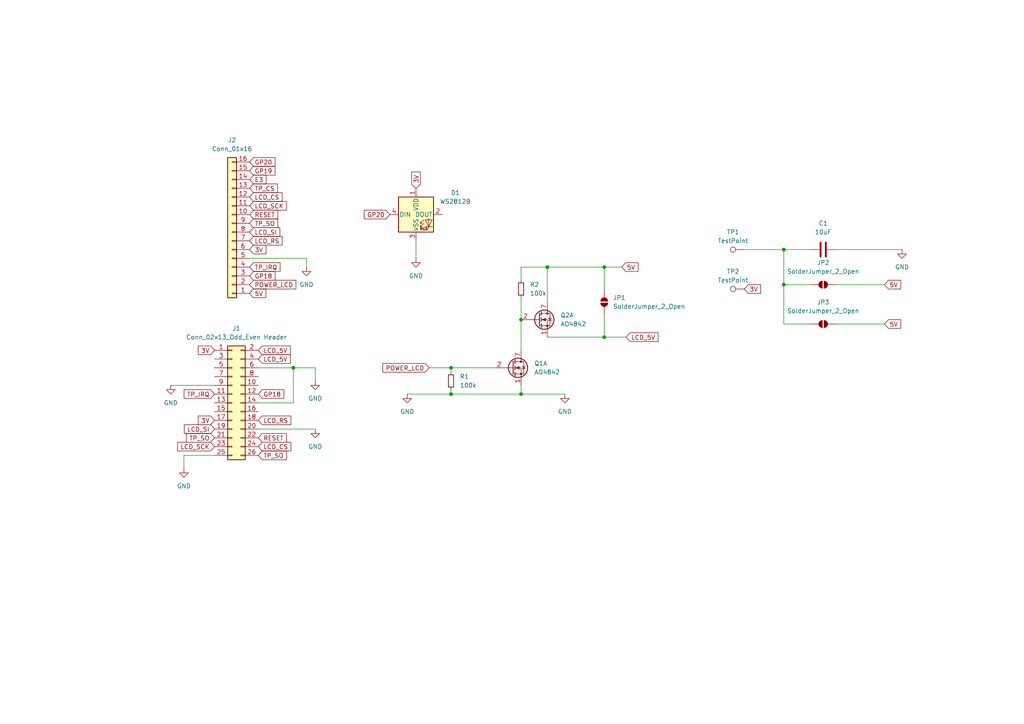
<source format=kicad_sch>
(kicad_sch (version 20231120) (generator "eeschema") (generator_version "8.0")
  (paper "A4")
  (lib_symbols
    (symbol "Connector:TestPoint" (pin_numbers hide) (pin_names (offset 0.762) hide)
      (property "Reference" "TP" (at 0 6.858 0))
      (property "Value" "TestPoint" (at 0 5.08 0))
      (symbol "TestPoint_0_1"
        (circle (center 0 3.302) (radius 0.762))
      )
      (symbol "TestPoint_1_1"
        (pin passive line (at 0 0 90) (length 2.54) (name "1") (number "1"))
      )
    )
    (symbol "Connector_Generic:Conn_01x16" (pin_names (offset 1.016) hide)
      (property "Reference" "J" (at 0 20.32 0))
      (property "Value" "Conn_01x16" (at 0 -22.86 0))
      (symbol "Conn_01x16_1_1"
        (rectangle (start -1.27 -20.193) (end 0 -20.447) (stroke (width 0.1524)))
        (rectangle (start -1.27 -17.653) (end 0 -17.907) (stroke (width 0.1524)))
        (rectangle (start -1.27 -15.113) (end 0 -15.367) (stroke (width 0.1524)))
        (rectangle (start -1.27 -12.573) (end 0 -12.827) (stroke (width 0.1524)))
        (rectangle (start -1.27 -10.033) (end 0 -10.287) (stroke (width 0.1524)))
        (rectangle (start -1.27 -7.493) (end 0 -7.747) (stroke (width 0.1524)))
        (rectangle (start -1.27 -4.953) (end 0 -5.207) (stroke (width 0.1524)))
        (rectangle (start -1.27 -2.413) (end 0 -2.667) (stroke (width 0.1524)))
        (rectangle (start -1.27 0.127) (end 0 -0.127) (stroke (width 0.1524)))
        (rectangle (start -1.27 2.667) (end 0 2.413) (stroke (width 0.1524)))
        (rectangle (start -1.27 5.207) (end 0 4.953) (stroke (width 0.1524)))
        (rectangle (start -1.27 7.747) (end 0 7.493) (stroke (width 0.1524)))
        (rectangle (start -1.27 10.287) (end 0 10.033) (stroke (width 0.1524)))
        (rectangle (start -1.27 12.827) (end 0 12.573) (stroke (width 0.1524)))
        (rectangle (start -1.27 15.367) (end 0 15.113) (stroke (width 0.1524)))
        (rectangle (start -1.27 17.907) (end 0 17.653) (stroke (width 0.1524)))
        (rectangle (start -1.27 19.05) (end 1.27 -21.59) (stroke (width 0.254)) (fill (type background)))
        (pin passive line (at -5.08 17.78 0) (length 3.81) (name "Pin_1") (number "1"))
        (pin passive line (at -5.08 -5.08 0) (length 3.81) (name "Pin_10") (number "10"))
        (pin passive line (at -5.08 -7.62 0) (length 3.81) (name "Pin_11") (number "11"))
        (pin passive line (at -5.08 -10.16 0) (length 3.81) (name "Pin_12") (number "12"))
        (pin passive line (at -5.08 -12.7 0) (length 3.81) (name "Pin_13") (number "13"))
        (pin passive line (at -5.08 -15.24 0) (length 3.81) (name "Pin_14") (number "14"))
        (pin passive line (at -5.08 -17.78 0) (length 3.81) (name "Pin_15") (number "15"))
        (pin passive line (at -5.08 -20.32 0) (length 3.81) (name "Pin_16") (number "16"))
        (pin passive line (at -5.08 15.24 0) (length 3.81) (name "Pin_2") (number "2"))
        (pin passive line (at -5.08 12.7 0) (length 3.81) (name "Pin_3") (number "3"))
        (pin passive line (at -5.08 10.16 0) (length 3.81) (name "Pin_4") (number "4"))
        (pin passive line (at -5.08 7.62 0) (length 3.81) (name "Pin_5") (number "5"))
        (pin passive line (at -5.08 5.08 0) (length 3.81) (name "Pin_6") (number "6"))
        (pin passive line (at -5.08 2.54 0) (length 3.81) (name "Pin_7") (number "7"))
        (pin passive line (at -5.08 0 0) (length 3.81) (name "Pin_8") (number "8"))
        (pin passive line (at -5.08 -2.54 0) (length 3.81) (name "Pin_9") (number "9"))
      )
    )
    (symbol "Connector_Generic:Conn_02x13_Odd_Even" (pin_names (offset 1.016) hide)
      (property "Reference" "J" (at 1.27 17.78 0))
      (property "Value" "Conn_02x13_Odd_Even" (at 1.27 -17.78 0))
      (symbol "Conn_02x13_Odd_Even_1_1"
        (rectangle (start -1.27 -15.113) (end 0 -15.367) (stroke (width 0.1524)))
        (rectangle (start -1.27 -12.573) (end 0 -12.827) (stroke (width 0.1524)))
        (rectangle (start -1.27 -10.033) (end 0 -10.287) (stroke (width 0.1524)))
        (rectangle (start -1.27 -7.493) (end 0 -7.747) (stroke (width 0.1524)))
        (rectangle (start -1.27 -4.953) (end 0 -5.207) (stroke (width 0.1524)))
        (rectangle (start -1.27 -2.413) (end 0 -2.667) (stroke (width 0.1524)))
        (rectangle (start -1.27 0.127) (end 0 -0.127) (stroke (width 0.1524)))
        (rectangle (start -1.27 2.667) (end 0 2.413) (stroke (width 0.1524)))
        (rectangle (start -1.27 5.207) (end 0 4.953) (stroke (width 0.1524)))
        (rectangle (start -1.27 7.747) (end 0 7.493) (stroke (width 0.1524)))
        (rectangle (start -1.27 10.287) (end 0 10.033) (stroke (width 0.1524)))
        (rectangle (start -1.27 12.827) (end 0 12.573) (stroke (width 0.1524)))
        (rectangle (start -1.27 15.367) (end 0 15.113) (stroke (width 0.1524)))
        (rectangle (start -1.27 16.51) (end 3.81 -16.51) (stroke (width 0.254)) (fill (type background)))
        (rectangle (start 3.81 -15.113) (end 2.54 -15.367) (stroke (width 0.1524)))
        (rectangle (start 3.81 -12.573) (end 2.54 -12.827) (stroke (width 0.1524)))
        (rectangle (start 3.81 -10.033) (end 2.54 -10.287) (stroke (width 0.1524)))
        (rectangle (start 3.81 -7.493) (end 2.54 -7.747) (stroke (width 0.1524)))
        (rectangle (start 3.81 -4.953) (end 2.54 -5.207) (stroke (width 0.1524)))
        (rectangle (start 3.81 -2.413) (end 2.54 -2.667) (stroke (width 0.1524)))
        (rectangle (start 3.81 0.127) (end 2.54 -0.127) (stroke (width 0.1524)))
        (rectangle (start 3.81 2.667) (end 2.54 2.413) (stroke (width 0.1524)))
        (rectangle (start 3.81 5.207) (end 2.54 4.953) (stroke (width 0.1524)))
        (rectangle (start 3.81 7.747) (end 2.54 7.493) (stroke (width 0.1524)))
        (rectangle (start 3.81 10.287) (end 2.54 10.033) (stroke (width 0.1524)))
        (rectangle (start 3.81 12.827) (end 2.54 12.573) (stroke (width 0.1524)))
        (rectangle (start 3.81 15.367) (end 2.54 15.113) (stroke (width 0.1524)))
        (pin passive line (at -5.08 15.24 0) (length 3.81) (name "Pin_1") (number "1"))
        (pin passive line (at 7.62 5.08 180) (length 3.81) (name "Pin_10") (number "10"))
        (pin passive line (at -5.08 2.54 0) (length 3.81) (name "Pin_11") (number "11"))
        (pin passive line (at 7.62 2.54 180) (length 3.81) (name "Pin_12") (number "12"))
        (pin passive line (at -5.08 0 0) (length 3.81) (name "Pin_13") (number "13"))
        (pin passive line (at 7.62 0 180) (length 3.81) (name "Pin_14") (number "14"))
        (pin passive line (at -5.08 -2.54 0) (length 3.81) (name "Pin_15") (number "15"))
        (pin passive line (at 7.62 -2.54 180) (length 3.81) (name "Pin_16") (number "16"))
        (pin passive line (at -5.08 -5.08 0) (length 3.81) (name "Pin_17") (number "17"))
        (pin passive line (at 7.62 -5.08 180) (length 3.81) (name "Pin_18") (number "18"))
        (pin passive line (at -5.08 -7.62 0) (length 3.81) (name "Pin_19") (number "19"))
        (pin passive line (at 7.62 15.24 180) (length 3.81) (name "Pin_2") (number "2"))
        (pin passive line (at 7.62 -7.62 180) (length 3.81) (name "Pin_20") (number "20"))
        (pin passive line (at -5.08 -10.16 0) (length 3.81) (name "Pin_21") (number "21"))
        (pin passive line (at 7.62 -10.16 180) (length 3.81) (name "Pin_22") (number "22"))
        (pin passive line (at -5.08 -12.7 0) (length 3.81) (name "Pin_23") (number "23"))
        (pin passive line (at 7.62 -12.7 180) (length 3.81) (name "Pin_24") (number "24"))
        (pin passive line (at -5.08 -15.24 0) (length 3.81) (name "Pin_25") (number "25"))
        (pin passive line (at 7.62 -15.24 180) (length 3.81) (name "Pin_26") (number "26"))
        (pin passive line (at -5.08 12.7 0) (length 3.81) (name "Pin_3") (number "3"))
        (pin passive line (at 7.62 12.7 180) (length 3.81) (name "Pin_4") (number "4"))
        (pin passive line (at -5.08 10.16 0) (length 3.81) (name "Pin_5") (number "5"))
        (pin passive line (at 7.62 10.16 180) (length 3.81) (name "Pin_6") (number "6"))
        (pin passive line (at -5.08 7.62 0) (length 3.81) (name "Pin_7") (number "7"))
        (pin passive line (at 7.62 7.62 180) (length 3.81) (name "Pin_8") (number "8"))
        (pin passive line (at -5.08 5.08 0) (length 3.81) (name "Pin_9") (number "9"))
      )
    )
    (symbol "Device:C" (pin_numbers hide) (pin_names (offset 0.254))
      (property "Reference" "C" (at 0.635 2.54 0))
      (property "Value" "C" (at 0.635 -2.54 0))
      (symbol "C_0_1"
        (polyline (pts (xy -2.032 -0.762) (xy 2.032 -0.762)) (stroke (width 0.508)))
        (polyline (pts (xy -2.032 0.762) (xy 2.032 0.762)) (stroke (width 0.508)))
      )
      (symbol "C_1_1"
        (pin passive line (at 0 3.81 270) (length 2.794) (name "~") (number "1"))
        (pin passive line (at 0 -3.81 90) (length 2.794) (name "~") (number "2"))
      )
    )
    (symbol "Device:R_Small" (pin_numbers hide) (pin_names (offset 0.254) hide)
      (property "Reference" "R" (at 0.762 0.508 0))
      (property "Value" "R_Small" (at 0.762 -1.016 0))
      (symbol "R_Small_0_1"
        (rectangle (start -0.762 1.778) (end 0.762 -1.778) (stroke (width 0.2032)))
      )
      (symbol "R_Small_1_1"
        (pin passive line (at 0 2.54 270) (length 0.762) (name "~") (number "1"))
        (pin passive line (at 0 -2.54 90) (length 0.762) (name "~") (number "2"))
      )
    )
    (symbol "Jumper:SolderJumper_2_Open" (pin_numbers hide) (pin_names (offset 0) hide) (exclude_from_sim yes) (in_bom no)
      (property "Reference" "JP" (at 0 2.032 0))
      (property "Value" "SolderJumper_2_Open" (at 0 -2.54 0))
      (symbol "SolderJumper_2_Open_0_1"
        (arc (start -0.254 1.016) (mid -1.2656 0) (end -0.254 -1.016))
        (arc (start -0.254 1.016) (mid -1.2656 0) (end -0.254 -1.016) (fill (type outline)))
        (polyline (pts (xy -0.254 1.016) (xy -0.254 -1.016)))
        (polyline (pts (xy 0.254 1.016) (xy 0.254 -1.016)))
        (arc (start 0.254 -1.016) (mid 1.2656 0) (end 0.254 1.016))
        (arc (start 0.254 -1.016) (mid 1.2656 0) (end 0.254 1.016) (fill (type outline)))
      )
      (symbol "SolderJumper_2_Open_1_1"
        (pin passive line (at -3.81 0 0) (length 2.54) (name "A") (number "1"))
        (pin passive line (at 3.81 0 180) (length 2.54) (name "B") (number "2"))
      )
    )
    (symbol "LED:WS2812B" (pin_names (offset 0.254))
      (property "Reference" "D" (at 5.08 5.715 0))
      (property "Value" "WS2812B" (at 1.27 -5.715 0))
      (symbol "WS2812B_0_0"
        (text "RGB" (at 2.286 -4.191 0) (effects (font (size 0.762 0.762))))
      )
      (symbol "WS2812B_0_1"
        (polyline (pts (xy 1.27 -3.556) (xy 1.778 -3.556)))
        (polyline (pts (xy 1.27 -2.54) (xy 1.778 -2.54)))
        (polyline (pts (xy 4.699 -3.556) (xy 2.667 -3.556)))
        (polyline (pts (xy 2.286 -2.54) (xy 1.27 -3.556) (xy 1.27 -3.048)))
        (polyline (pts (xy 2.286 -1.524) (xy 1.27 -2.54) (xy 1.27 -2.032)))
        (polyline (pts (xy 3.683 -1.016) (xy 3.683 -3.556) (xy 3.683 -4.064)))
        (polyline (pts (xy 4.699 -1.524) (xy 2.667 -1.524) (xy 3.683 -3.556) (xy 4.699 -1.524)))
        (rectangle (start 5.08 5.08) (end -5.08 -5.08) (stroke (width 0.254)) (fill (type background)))
      )
      (symbol "WS2812B_1_1"
        (pin power_in line (at 0 7.62 270) (length 2.54) (name "VDD") (number "1"))
        (pin output line (at 7.62 0 180) (length 2.54) (name "DOUT") (number "2"))
        (pin power_in line (at 0 -7.62 90) (length 2.54) (name "VSS") (number "3"))
        (pin input line (at -7.62 0 0) (length 2.54) (name "DIN") (number "4"))
      )
    )
    (symbol "Transistor_FET:AO4842" (pin_names hide)
      (property "Reference" "Q" (at 5.08 1.905 0))
      (property "Value" "AO4842" (at 5.08 0 0))
      (symbol "AO4842_0_1"
        (polyline (pts (xy 0.254 0) (xy -2.54 0)))
        (polyline (pts (xy 0.254 1.905) (xy 0.254 -1.905)) (stroke (width 0.254)))
        (polyline (pts (xy 0.762 -1.27) (xy 0.762 -2.286)) (stroke (width 0.254)))
        (polyline (pts (xy 0.762 0.508) (xy 0.762 -0.508)) (stroke (width 0.254)))
        (polyline (pts (xy 0.762 2.286) (xy 0.762 1.27)) (stroke (width 0.254)))
        (polyline (pts (xy 2.54 2.54) (xy 2.54 1.778)))
        (polyline (pts (xy 2.54 -2.54) (xy 2.54 0) (xy 0.762 0)))
        (polyline (pts (xy 0.762 -1.778) (xy 3.302 -1.778) (xy 3.302 1.778) (xy 0.762 1.778)))
        (polyline (pts (xy 1.016 0) (xy 2.032 0.381) (xy 2.032 -0.381) (xy 1.016 0)) (fill (type outline)))
        (polyline (pts (xy 2.794 0.508) (xy 2.921 0.381) (xy 3.683 0.381) (xy 3.81 0.254)))
        (polyline (pts (xy 3.302 0.381) (xy 2.921 -0.254) (xy 3.683 -0.254) (xy 3.302 0.381)))
        (circle (center 1.651 0) (radius 2.794) (stroke (width 0.254)))
        (circle (center 2.54 -1.778) (radius 0.254) (fill (type outline)))
        (circle (center 2.54 1.778) (radius 0.254) (fill (type outline)))
      )
      (symbol "AO4842_1_1"
        (pin passive line (at 2.54 -5.08 90) (length 2.54) (name "S1") (number "1"))
        (pin passive line (at -5.08 0 0) (length 2.54) (name "G1") (number "2"))
        (pin passive line (at 2.54 5.08 270) (length 2.54) (name "D1") (number "7"))
        (pin passive line (at 2.54 5.08 270) (length 2.54) hide (name "D1") (number "8"))
      )
      (symbol "AO4842_2_1"
        (pin passive line (at 2.54 -5.08 90) (length 2.54) (name "S2") (number "3"))
        (pin passive line (at -5.08 0 0) (length 2.54) (name "G2") (number "4"))
        (pin passive line (at 2.54 5.08 270) (length 2.54) (name "D2") (number "5"))
        (pin passive line (at 2.54 5.08 270) (length 2.54) hide (name "D2") (number "6"))
      )
    )
    (symbol "power:GND" (power) (pin_numbers hide) (pin_names (offset 0) hide)
      (property "Value" "GND" (at 0 -3.81 0))
      (symbol "GND_0_1"
        (polyline (pts (xy 0 0) (xy 0 -1.27) (xy 1.27 -1.27) (xy 0 -2.54) (xy -1.27 -1.27) (xy 0 -1.27)))
      )
      (symbol "GND_1_1"
        (pin power_in line (at 0 0 270) (length 0) (name "~") (number "1"))
      )
    )
  )
  (junction (at 130.81 106.68))
  (junction (at 151.13 92.71))
  (junction (at 227.33 72.39))
  (junction (at 85.09 106.68))
  (junction (at 151.13 114.3))
  (junction (at 158.75 77.47))
  (junction (at 227.33 82.55))
  (junction (at 175.26 77.47))
  (junction (at 175.26 97.79))
  (junction (at 130.81 114.3))
  (wire (pts (xy 49.53 111.76) (xy 62.23 111.76)))
  (wire (pts (xy 158.75 97.79) (xy 175.26 97.79)))
  (wire (pts (xy 151.13 77.47) (xy 158.75 77.47)))
  (wire (pts (xy 130.81 113.03) (xy 130.81 114.3)))
  (wire (pts (xy 130.81 106.68) (xy 143.51 106.68)))
  (wire (pts (xy 118.11 114.3) (xy 130.81 114.3)))
  (wire (pts (xy 158.75 77.47) (xy 175.26 77.47)))
  (wire (pts (xy 227.33 72.39) (xy 234.95 72.39)))
  (wire (pts (xy 88.9 74.93) (xy 88.9 77.47)))
  (wire (pts (xy 151.13 114.3) (xy 163.83 114.3)))
  (wire (pts (xy 175.26 97.79) (xy 181.61 97.79)))
  (wire (pts (xy 175.26 77.47) (xy 175.26 83.82)))
  (wire (pts (xy 124.46 106.68) (xy 130.81 106.68)))
  (wire (pts (xy 85.09 106.68) (xy 91.44 106.68)))
  (wire (pts (xy 227.33 82.55) (xy 234.95 82.55)))
  (wire (pts (xy 227.33 93.98) (xy 227.33 82.55)))
  (wire (pts (xy 91.44 106.68) (xy 91.44 110.49)))
  (wire (pts (xy 175.26 77.47) (xy 180.34 77.47)))
  (wire (pts (xy 227.33 72.39) (xy 215.9 72.39)))
  (wire (pts (xy 62.23 132.08) (xy 53.34 132.08)))
  (wire (pts (xy 85.09 116.84) (xy 85.09 106.68)))
  (wire (pts (xy 158.75 77.47) (xy 158.75 87.63)))
  (wire (pts (xy 242.57 82.55) (xy 256.54 82.55)))
  (wire (pts (xy 74.93 124.46) (xy 91.44 124.46)))
  (wire (pts (xy 242.57 72.39) (xy 261.62 72.39)))
  (wire (pts (xy 151.13 92.71) (xy 151.13 101.6)))
  (wire (pts (xy 130.81 114.3) (xy 151.13 114.3)))
  (wire (pts (xy 242.57 93.98) (xy 256.54 93.98)))
  (wire (pts (xy 72.39 74.93) (xy 88.9 74.93)))
  (wire (pts (xy 120.65 69.85) (xy 120.65 74.93)))
  (wire (pts (xy 74.93 106.68) (xy 85.09 106.68)))
  (wire (pts (xy 227.33 82.55) (xy 227.33 72.39)))
  (wire (pts (xy 151.13 86.36) (xy 151.13 92.71)))
  (wire (pts (xy 130.81 106.68) (xy 130.81 107.95)))
  (wire (pts (xy 175.26 91.44) (xy 175.26 97.79)))
  (wire (pts (xy 234.95 93.98) (xy 227.33 93.98)))
  (wire (pts (xy 151.13 81.28) (xy 151.13 77.47)))
  (wire (pts (xy 53.34 132.08) (xy 53.34 135.89)))
  (wire (pts (xy 74.93 116.84) (xy 85.09 116.84)))
  (wire (pts (xy 151.13 114.3) (xy 151.13 111.76)))
  (global_label "TP_SO" (shape input) (at 74.93 132.08 0) (property "Intersheetrefs" "${INTERSHEET_REFS}" (effects (hide yes))))
  (global_label "TP_CS" (shape input) (at 72.39 54.61 0) (property "Intersheetrefs" "${INTERSHEET_REFS}" (effects (hide yes))))
  (global_label "GP19" (shape input) (at 72.39 49.53 0) (property "Intersheetrefs" "${INTERSHEET_REFS}" (effects (hide yes))))
  (global_label "LCD_RS" (shape input) (at 72.39 69.85 0) (property "Intersheetrefs" "${INTERSHEET_REFS}" (effects (hide yes))))
  (global_label "LCD_SCK" (shape input) (at 62.23 129.54 180) (property "Intersheetrefs" "${INTERSHEET_REFS}" (effects (hide yes))))
  (global_label "GP18" (shape input) (at 72.39 80.01 0) (property "Intersheetrefs" "${INTERSHEET_REFS}" (effects (hide yes))))
  (global_label "3V" (shape input) (at 72.39 72.39 0) (property "Intersheetrefs" "${INTERSHEET_REFS}" (effects (hide yes))))
  (global_label "POWER_LCD" (shape input) (at 72.39 82.55 0) (property "Intersheetrefs" "${INTERSHEET_REFS}" (effects (hide yes))))
  (global_label "GP20" (shape input) (at 72.39 46.99 0) (property "Intersheetrefs" "${INTERSHEET_REFS}" (effects (hide yes))))
  (global_label "RESET" (shape input) (at 74.93 127 0) (property "Intersheetrefs" "${INTERSHEET_REFS}" (effects (hide yes))))
  (global_label "3V" (shape input) (at 120.65 54.61 90) (property "Intersheetrefs" "${INTERSHEET_REFS}" (effects (hide yes))))
  (global_label "5V" (shape input) (at 256.54 82.55 0) (property "Intersheetrefs" "${INTERSHEET_REFS}" (effects (hide yes))))
  (global_label "5V" (shape input) (at 256.54 93.98 0) (property "Intersheetrefs" "${INTERSHEET_REFS}" (effects (hide yes))))
  (global_label "LCD_CS" (shape input) (at 74.93 129.54 0) (property "Intersheetrefs" "${INTERSHEET_REFS}" (effects (hide yes))))
  (global_label "LCD_SCK" (shape input) (at 72.39 59.69 0) (property "Intersheetrefs" "${INTERSHEET_REFS}" (effects (hide yes))))
  (global_label "RESET" (shape input) (at 72.39 62.23 0) (property "Intersheetrefs" "${INTERSHEET_REFS}" (effects (hide yes))))
  (global_label "LCD_5V" (shape input) (at 74.93 104.14 0) (property "Intersheetrefs" "${INTERSHEET_REFS}" (effects (hide yes))))
  (global_label "E3" (shape input) (at 72.39 52.07 0) (property "Intersheetrefs" "${INTERSHEET_REFS}" (effects (hide yes))))
  (global_label "LCD_5V" (shape input) (at 74.93 101.6 0) (property "Intersheetrefs" "${INTERSHEET_REFS}" (effects (hide yes))))
  (global_label "TP_SO" (shape input) (at 72.39 64.77 0) (property "Intersheetrefs" "${INTERSHEET_REFS}" (effects (hide yes))))
  (global_label "5V" (shape input) (at 72.39 85.09 0) (property "Intersheetrefs" "${INTERSHEET_REFS}" (effects (hide yes))))
  (global_label "TP_IRQ" (shape input) (at 72.39 77.47 0) (property "Intersheetrefs" "${INTERSHEET_REFS}" (effects (hide yes))))
  (global_label "LCD_5V" (shape input) (at 181.61 97.79 0) (property "Intersheetrefs" "${INTERSHEET_REFS}" (effects (hide yes))))
  (global_label "LCD_RS" (shape input) (at 74.93 121.92 0) (property "Intersheetrefs" "${INTERSHEET_REFS}" (effects (hide yes))))
  (global_label "TP_IRQ" (shape input) (at 62.23 114.3 180) (property "Intersheetrefs" "${INTERSHEET_REFS}" (effects (hide yes))))
  (global_label "GP18" (shape input) (at 74.93 114.3 0) (property "Intersheetrefs" "${INTERSHEET_REFS}" (effects (hide yes))))
  (global_label "LCD_CS" (shape input) (at 72.39 57.15 0) (property "Intersheetrefs" "${INTERSHEET_REFS}" (effects (hide yes))))
  (global_label "3V" (shape input) (at 62.23 121.92 180) (property "Intersheetrefs" "${INTERSHEET_REFS}" (effects (hide yes))))
  (global_label "LCD_SI" (shape input) (at 72.39 67.31 0) (property "Intersheetrefs" "${INTERSHEET_REFS}" (effects (hide yes))))
  (global_label "POWER_LCD" (shape input) (at 124.46 106.68 180) (property "Intersheetrefs" "${INTERSHEET_REFS}" (effects (hide yes))))
  (global_label "3V" (shape input) (at 215.9 83.82 0) (property "Intersheetrefs" "${INTERSHEET_REFS}" (effects (hide yes))))
  (global_label "TP_SO" (shape input) (at 62.23 127 180) (property "Intersheetrefs" "${INTERSHEET_REFS}" (effects (hide yes))))
  (global_label "3V" (shape input) (at 62.23 101.6 180) (property "Intersheetrefs" "${INTERSHEET_REFS}" (effects (hide yes))))
  (global_label "5V" (shape input) (at 180.34 77.47 0) (property "Intersheetrefs" "${INTERSHEET_REFS}" (effects (hide yes))))
  (global_label "GP20" (shape input) (at 113.03 62.23 180) (property "Intersheetrefs" "${INTERSHEET_REFS}" (effects (hide yes))))
  (global_label "LCD_SI" (shape input) (at 62.23 124.46 180) (property "Intersheetrefs" "${INTERSHEET_REFS}" (effects (hide yes))))
  (symbol (lib_id "Jumper:SolderJumper_2_Open") (at 238.76 93.98 180) (unit 1) (exclude_from_sim yes) (in_bom no)
    (property "Reference" "JP3" (at 238.76 87.63 0))
    (property "Value" "SolderJumper_2_Open" (at 238.76 90.17 0))
    (property "Footprint" "Jumper:SolderJumper-2_P1.3mm_Open_RoundedPad1.0x1.5mm" (effects (hide yes)))
    (property "Description" "Solder Jumper, 2-pole, open" (effects (hide yes)))
  )
  (symbol (lib_id "power:GND") (at 261.62 72.39 0) (unit 1)
    (property "Reference" "#PWR09" (effects (hide yes)))
    (property "Value" "GND" (at 261.62 77.47 0))
    (property "Description" "Power symbol creates a global label with name \"GND\" , ground" (effects (hide yes)))
  )
  (symbol (lib_id "Connector_Generic:Conn_01x16") (at 67.31 67.31 180) (unit 1)
    (property "Reference" "J2" (at 67.31 40.64 0))
    (property "Value" "Conn_01x16" (at 67.31 43.18 0))
    (property "Footprint" "Connector_FFC-FPC:TE_1-84953-6_1x16-1MP_P1.0mm_Horizontal" (effects (hide yes)))
    (property "Description" "Generic connector, single row, 01x16, script generated (kicad-library-utils/schlib/autogen/connector/)" (effects (hide yes)))
  )
  (symbol (lib_id "power:GND") (at 118.11 114.3 0) (unit 1)
    (property "Reference" "#PWR07" (effects (hide yes)))
    (property "Value" "GND" (at 118.11 119.38 0))
    (property "Description" "Power symbol creates a global label with name \"GND\" , ground" (effects (hide yes)))
  )
  (symbol (lib_id "Connector:TestPoint") (at 215.9 72.39 90) (unit 1)
    (property "Reference" "TP1" (at 212.598 67.31 90))
    (property "Value" "TestPoint" (at 212.598 69.85 90))
    (property "Footprint" "TestPoint:TestPoint_THTPad_D1.0mm_Drill0.5mm" (effects (hide yes)))
    (property "Description" "test point" (effects (hide yes)))
  )
  (symbol (lib_id "LED:WS2812B") (at 120.65 62.23 0) (unit 1)
    (property "Reference" "D1" (at 132.08 55.9114 0))
    (property "Value" "WS2812B" (at 132.08 58.4514 0))
    (property "Footprint" "LED_SMD:LED_WS2812B_PLCC4_5.0x5.0mm_P3.2mm" (effects (hide yes)))
    (property "Datasheet" "https://cdn-shop.adafruit.com/datasheets/WS2812B.pdf" (effects (hide yes)))
    (property "Description" "RGB LED with integrated controller" (effects (hide yes)))
  )
  (symbol (lib_id "Device:R_Small") (at 151.13 83.82 0) (unit 1)
    (property "Reference" "R2" (at 153.67 82.5499 0) (effects (justify left)))
    (property "Value" "100k" (at 153.67 85.0899 0) (effects (justify left)))
    (property "Footprint" "Resistor_SMD:R_1206_3216Metric" (effects (hide yes)))
    (property "Description" "Resistor, small symbol" (effects (hide yes)))
  )
  (symbol (lib_id "Device:R_Small") (at 130.81 110.49 0) (unit 1)
    (property "Reference" "R1" (at 133.35 109.2199 0) (effects (justify left)))
    (property "Value" "100k" (at 133.35 111.7599 0) (effects (justify left)))
    (property "Footprint" "Resistor_SMD:R_1206_3216Metric" (effects (hide yes)))
    (property "Description" "Resistor, small symbol" (effects (hide yes)))
  )
  (symbol (lib_id "Transistor_FET:AO4842") (at 148.59 106.68 0) (unit 1)
    (property "Reference" "Q1" (at 154.94 105.4099 0) (effects (justify left)))
    (property "Value" "AO4842" (at 154.94 107.9499 0) (effects (justify left)))
    (property "Footprint" "Package_SO:SOIC-8_3.9x4.9mm_P1.27mm" (effects (hide yes)))
    (property "Datasheet" "https://aosmd.com/sites/default/files/res/data_sheets/AO4842.pdf" (effects (hide yes)))
    (property "Description" "7.7A Id, 30V Vds, Dual N-Channel MOSFET, 21mOhm Ron, SO-8" (effects (hide yes)))
  )
  (symbol (lib_id "power:GND") (at 91.44 124.46 0) (unit 1)
    (property "Reference" "#PWR04" (effects (hide yes)))
    (property "Value" "GND" (at 91.44 129.54 0))
    (property "Description" "Power symbol creates a global label with name \"GND\" , ground" (effects (hide yes)))
  )
  (symbol (lib_id "Transistor_FET:AO4842") (at 156.21 92.71 0) (unit 1)
    (property "Reference" "Q2" (at 162.56 91.4399 0) (effects (justify left)))
    (property "Value" "AO4842" (at 162.56 93.9799 0) (effects (justify left)))
    (property "Footprint" "Package_SO:SOIC-8_3.9x4.9mm_P1.27mm" (effects (hide yes)))
    (property "Datasheet" "https://aosmd.com/sites/default/files/res/data_sheets/AO4842.pdf" (effects (hide yes)))
    (property "Description" "7.7A Id, 30V Vds, Dual N-Channel MOSFET, 21mOhm Ron, SO-8" (effects (hide yes)))
  )
  (symbol (lib_id "power:GND") (at 163.83 114.3 0) (unit 1)
    (property "Reference" "#PWR08" (effects (hide yes)))
    (property "Value" "GND" (at 163.83 119.38 0))
    (property "Description" "Power symbol creates a global label with name \"GND\" , ground" (effects (hide yes)))
  )
  (symbol (lib_id "power:GND") (at 53.34 135.89 0) (unit 1)
    (property "Reference" "#PWR03" (effects (hide yes)))
    (property "Value" "GND" (at 53.34 140.97 0))
    (property "Description" "Power symbol creates a global label with name \"GND\" , ground" (effects (hide yes)))
  )
  (symbol (lib_id "power:GND") (at 49.53 111.76 0) (unit 1)
    (property "Reference" "#PWR02" (effects (hide yes)))
    (property "Value" "GND" (at 49.53 116.84 0))
    (property "Description" "Power symbol creates a global label with name \"GND\" , ground" (effects (hide yes)))
  )
  (symbol (lib_id "Device:C") (at 238.76 72.39 270) (unit 1)
    (property "Reference" "C1" (at 238.76 64.77 90))
    (property "Value" "10uF" (at 238.76 67.31 90))
    (property "Footprint" "Capacitor_SMD:C_1206_3216Metric" (effects (hide yes)))
    (property "Description" "Unpolarized capacitor" (effects (hide yes)))
  )
  (symbol (lib_id "Jumper:SolderJumper_2_Open") (at 238.76 82.55 180) (unit 1) (exclude_from_sim yes) (in_bom no)
    (property "Reference" "JP2" (at 238.76 76.2 0))
    (property "Value" "SolderJumper_2_Open" (at 238.76 78.74 0))
    (property "Footprint" "Jumper:SolderJumper-2_P1.3mm_Open_RoundedPad1.0x1.5mm" (effects (hide yes)))
    (property "Description" "Solder Jumper, 2-pole, open" (effects (hide yes)))
  )
  (symbol (lib_id "power:GND") (at 88.9 77.47 0) (unit 1)
    (property "Reference" "#PWR05" (effects (hide yes)))
    (property "Value" "GND" (at 88.9 82.55 0))
    (property "Description" "Power symbol creates a global label with name \"GND\" , ground" (effects (hide yes)))
  )
  (symbol (lib_id "Connector_Generic:Conn_02x13_Odd_Even") (at 67.31 116.84 0) (unit 1)
    (property "Reference" "J1" (at 68.58 95.25 0))
    (property "Value" "Conn_02x13_Odd_Even Header" (at 68.58 97.79 0))
    (property "Footprint" "Connector_PinHeader_2.54mm:PinHeader_2x13_P2.54mm_Vertical" (effects (hide yes)))
    (property "Description" "Generic connector, double row, 02x13, odd/even pin numbering scheme (row 1 odd numbers, row 2 even numbers), script generated (kicad-library-utils/schlib/autogen/connector/)" (effects (hide yes)))
  )
  (symbol (lib_id "power:GND") (at 91.44 110.49 0) (unit 1)
    (property "Reference" "#PWR01" (effects (hide yes)))
    (property "Value" "GND" (at 91.44 115.57 0))
    (property "Description" "Power symbol creates a global label with name \"GND\" , ground" (effects (hide yes)))
  )
  (symbol (lib_id "Connector:TestPoint") (at 215.9 83.82 90) (unit 1)
    (property "Reference" "TP2" (at 212.598 78.74 90))
    (property "Value" "TestPoint" (at 212.598 81.28 90))
    (property "Footprint" "TestPoint:TestPoint_THTPad_D1.0mm_Drill0.5mm" (effects (hide yes)))
    (property "Description" "test point" (effects (hide yes)))
  )
  (symbol (lib_id "Jumper:SolderJumper_2_Open") (at 175.26 87.63 90) (unit 1) (exclude_from_sim yes) (in_bom no)
    (property "Reference" "JP1" (at 177.8 86.3599 90) (effects (justify right)))
    (property "Value" "SolderJumper_2_Open" (at 177.8 88.8999 90) (effects (justify right)))
    (property "Footprint" "Jumper:SolderJumper-2_P1.3mm_Open_RoundedPad1.0x1.5mm" (effects (hide yes)))
    (property "Description" "Solder Jumper, 2-pole, open" (effects (hide yes)))
  )
  (symbol (lib_id "power:GND") (at 120.65 74.93 0) (unit 1)
    (property "Reference" "#PWR06" (effects (hide yes)))
    (property "Value" "GND" (at 120.65 80.01 0))
    (property "Description" "Power symbol creates a global label with name \"GND\" , ground" (effects (hide yes)))
  )
)
</source>
